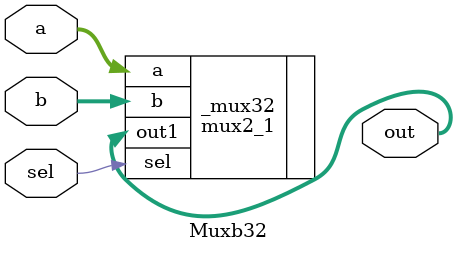
<source format=v>
module Muxb32(out,a,b,sel);
    input [31:0] a;
    input [31:0] b;
    input sel;
    output [31:0] out;
    mux2_1#(32) _mux32(
        .out1(out),.a(a),
        .b(b),.sel(sel)
    );
endmodule
</source>
